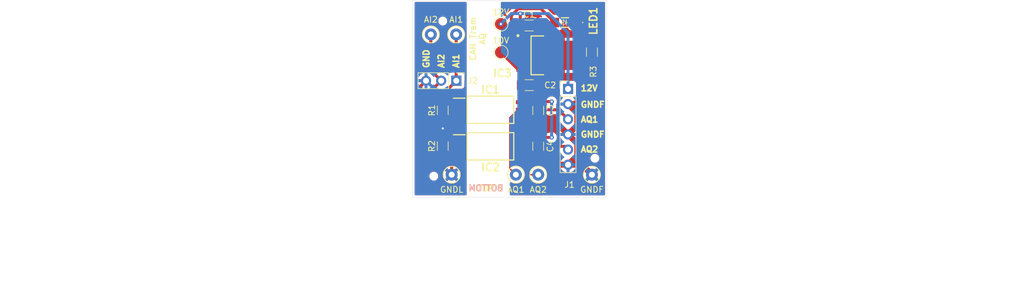
<source format=kicad_pcb>
(kicad_pcb (version 20240108) (generator "pcbnew") (generator_version "8.0")
  (layers (0 "F.Cu" signal) (31 "B.Cu" signal) (34 "B.Paste" user) (35 "F.Paste" user) (36 "B.SilkS" user "B.Silkscreen") (37 "F.SilkS" user "F.Silkscreen") (38 "B.Mask" user) (39 "F.Mask" user) (44 "Edge.Cuts" user))
  (net 0 "")
  (net 1 "Net-(IC1-ANODE)")
  (net 2 "GNDL")
  (net 3 "Net-(IC1-VO)")
  (net 4 "+10V")
  (net 5 "GNDF")
  (net 7 "Net-(IC2-ANODE)")
  (net 9 "Net-(IC2-VO)")
  (net 10 "+12V")
  (net 11 "Net-(LED1-K)")
  (net 12 "Net-(J2-Pin_1)")
  (net 13 "Net-(J2-Pin_2)")
  (footprint "Capacitor_SMD:C_1206_3216Metric" (layer "F.Cu") (at 154.5 92.475 90)
    (property "Reference" "C4" (at 0 2 90) (layer "F.SilkS"))
    (property "Value" "100n")
    (fp_line (start -0.711252 -0.91) (end 0.711252 -0.91) (stroke (width 0.12)) (layer "F.SilkS"))
    (fp_line (start -0.711252 0.91) (end 0.711252 0.91) (stroke (width 0.12)) (layer "F.SilkS"))
    (pad "1" smd roundrect (at -1.475 0 90) (size 1.15 1.8) (layers "F.Cu" "F.Paste" "F.Mask") (roundrect_rratio 0.217391) (net 5 "GNDF"))
    (pad "2" smd roundrect (at 1.475 0 90) (size 1.15 1.8) (layers "F.Cu" "F.Paste" "F.Mask") (roundrect_rratio 0.217391) (net 4 "+10V"))
  )
  (footprint "FH_Aachen:PassStift_d=1.0_D=6.0_einseitig" (layer "F.Cu") (at 164 94.5)
    (property "Reference" "REF**" (hide yes))
    (property "Value" "PassStift_d=1.0_D=6.0_einseitig")
    (pad "" np_thru_hole circle (at 0 0) (size 1 1) (drill 1) (layers "*.Cu" "*.Mask"))
  )
  (footprint "Capacitor_SMD:C_1206_3216Metric" (layer "F.Cu") (at 152.975 82.25)
    (property "Reference" "C2" (at 3.525 0 0) (layer "F.SilkS"))
    (property "Value" "100n")
    (fp_line (start -0.711252 -0.91) (end 0.711252 -0.91) (stroke (width 0.12)) (layer "F.SilkS"))
    (fp_line (start -0.711252 0.91) (end 0.711252 0.91) (stroke (width 0.12)) (layer "F.SilkS"))
    (pad "1" smd roundrect (at -1.475 0) (size 1.15 1.8) (layers "F.Cu" "F.Paste" "F.Mask") (roundrect_rratio 0.217391) (net 4 "+10V"))
    (pad "2" smd roundrect (at 1.475 0) (size 1.15 1.8) (layers "F.Cu" "F.Paste" "F.Mask") (roundrect_rratio 0.217391) (net 5 "GNDF"))
  )
  (footprint "Resistor_SMD:R_1206_3216Metric" (layer "F.Cu") (at 138.5 86.4625 90)
    (property "Reference" "R1" (at 0 -1.82 90) (layer "F.SilkS"))
    (property "Value" "100")
    (fp_line (start -0.727064 -0.91) (end 0.727064 -0.91) (stroke (width 0.12)) (layer "F.SilkS"))
    (fp_line (start -0.727064 0.91) (end 0.727064 0.91) (stroke (width 0.12)) (layer "F.SilkS"))
    (pad "1" smd roundrect (at -1.4625 0 90) (size 1.125 1.75) (layers "F.Cu" "F.Paste" "F.Mask") (roundrect_rratio 0.222222) (net 12 "Net-(J2-Pin_1)"))
    (pad "2" smd roundrect (at 1.4625 0 90) (size 1.125 1.75) (layers "F.Cu" "F.Paste" "F.Mask") (roundrect_rratio 0.222222) (net 1 "Net-(IC1-ANODE)"))
  )
  (footprint "TestPoint:TestPoint_Keystone_5000-5004_Miniature" (layer "F.Cu") (at 140.75 73.75)
    (property "Reference" "AI1" (at 0 -2.5 0) (layer "F.SilkS"))
    (property "Value" "TestPoint_Probe")
    (fp_circle (center 0 0) (end 1.4 0) (stroke (width 0.15)) (fill none) (layer "F.SilkS"))
    (pad "1" thru_hole circle (at 0 0) (size 2 2) (drill 1) (layers "*.Cu" "*.Mask") (net 12 "Net-(J2-Pin_1)"))
  )
  (footprint "SamacSys_Parts:SOIC127P1150X265-6N" (layer "F.Cu") (at 146.5 92.5)
    (property "Reference" "IC2" (at 0 3.5 0) (layer "F.SilkS") (effects (font (size 1.27 1.27) (thickness 0.254))))
    (property "Value" "SI8261BAD-C-ISR" (hide yes))
    (fp_line (start -6.2 -1.945) (end -4.25 -1.945) (stroke (width 0.2)) (layer "F.SilkS"))
    (fp_line (start -3.9 -2.29) (end 3.9 -2.29) (stroke (width 0.2)) (layer "F.SilkS"))
    (fp_line (start -3.9 2.29) (end -3.9 -2.29) (stroke (width 0.2)) (layer "F.SilkS"))
    (fp_line (start 3.9 -2.29) (end 3.9 2.29) (stroke (width 0.2)) (layer "F.SilkS"))
    (fp_line (start 3.9 2.29) (end -3.9 2.29) (stroke (width 0.2)) (layer "F.SilkS"))
    (pad "1" smd rect (at -5.225 -1.27 90) (size 0.65 1.95) (layers "F.Cu" "F.Paste" "F.Mask") (net 7 "Net-(IC2-ANODE)"))
    (pad "2" smd rect (at -5.225 0 90) (size 0.65 1.95) (layers "F.Cu" "F.Paste" "F.Mask"))
    (pad "3" smd rect (at -5.225 1.27 90) (size 0.65 1.95) (layers "F.Cu" "F.Paste" "F.Mask") (net 2 "GNDL"))
    (pad "4" smd rect (at 5.225 1.27 90) (size 0.65 1.95) (layers "F.Cu" "F.Paste" "F.Mask") (net 5 "GNDF"))
    (pad "5" smd rect (at 5.225 0 90) (size 0.65 1.95) (layers "F.Cu" "F.Paste" "F.Mask") (net 9 "Net-(IC2-VO)"))
    (pad "6" smd rect (at 5.225 -1.27 90) (size 0.65 1.95) (layers "F.Cu" "F.Paste" "F.Mask") (net 4 "+10V"))
  )
  (footprint "TestPoint:TestPoint_Keystone_5000-5004_Miniature" (layer "F.Cu") (at 140 97.25)
    (property "Reference" "GNDL" (at 0 2.5 0) (layer "F.SilkS"))
    (property "Value" "TestPoint_Probe")
    (fp_circle (center 0 0) (end 1.4 0) (stroke (width 0.15)) (fill none) (layer "F.SilkS"))
    (pad "1" thru_hole circle (at 0 0) (size 2 2) (drill 1) (layers "*.Cu" "*.Mask") (net 2 "GNDL"))
  )
  (footprint "SamacSys_Parts:SOIC127P1150X265-6N" (layer "F.Cu") (at 146.5 86.37)
    (property "Reference" "IC1" (at 0 -3.37 0) (layer "F.SilkS") (effects (font (size 1.27 1.27) (thickness 0.254))))
    (property "Value" "SI8261BAD-C-ISR" (hide yes))
    (fp_line (start -6.2 -1.945) (end -4.25 -1.945) (stroke (width 0.2)) (layer "F.SilkS"))
    (fp_line (start -3.9 -2.29) (end 3.9 -2.29) (stroke (width 0.2)) (layer "F.SilkS"))
    (fp_line (start -3.9 2.29) (end -3.9 -2.29) (stroke (width 0.2)) (layer "F.SilkS"))
    (fp_line (start 3.9 -2.29) (end 3.9 2.29) (stroke (width 0.2)) (layer "F.SilkS"))
    (fp_line (start 3.9 2.29) (end -3.9 2.29) (stroke (width 0.2)) (layer "F.SilkS"))
    (pad "1" smd rect (at -5.225 -1.27 90) (size 0.65 1.95) (layers "F.Cu" "F.Paste" "F.Mask") (net 1 "Net-(IC1-ANODE)"))
    (pad "2" smd rect (at -5.225 0 90) (size 0.65 1.95) (layers "F.Cu" "F.Paste" "F.Mask"))
    (pad "3" smd rect (at -5.225 1.27 90) (size 0.65 1.95) (layers "F.Cu" "F.Paste" "F.Mask") (net 2 "GNDL"))
    (pad "4" smd rect (at 5.225 1.27 90) (size 0.65 1.95) (layers "F.Cu" "F.Paste" "F.Mask") (net 5 "GNDF"))
    (pad "5" smd rect (at 5.225 0 90) (size 0.65 1.95) (layers "F.Cu" "F.Paste" "F.Mask") (net 3 "Net-(IC1-VO)"))
    (pad "6" smd rect (at 5.225 -1.27 90) (size 0.65 1.95) (layers "F.Cu" "F.Paste" "F.Mask") (net 4 "+10V"))
  )
  (footprint "FH_Aachen:PassStift_d=1.0_D=6.0_einseitig" (layer "F.Cu") (at 137 97.5)
    (property "Reference" "REF**" (hide yes))
    (property "Value" "PassStift_d=1.0_D=6.0_einseitig")
    (pad "" np_thru_hole circle (at 0 0) (size 1 1) (drill 1) (layers "*.Cu" "*.Mask"))
  )
  (footprint "Capacitor_SMD:C_1206_3216Metric" (layer "F.Cu") (at 154.5 86.475 90)
    (property "Reference" "C3" (at 0 2 90) (layer "F.SilkS"))
    (property "Value" "100n" (hide yes))
    (fp_line (start -0.711252 -0.91) (end 0.711252 -0.91) (stroke (width 0.12)) (layer "F.SilkS"))
    (fp_line (start -0.711252 0.91) (end 0.711252 0.91) (stroke (width 0.12)) (layer "F.SilkS"))
    (pad "1" smd roundrect (at -1.475 0 90) (size 1.15 1.8) (layers "F.Cu" "F.Paste" "F.Mask") (roundrect_rratio 0.217391) (net 5 "GNDF"))
    (pad "2" smd roundrect (at 1.475 0 90) (size 1.15 1.8) (layers "F.Cu" "F.Paste" "F.Mask") (roundrect_rratio 0.217391) (net 4 "+10V"))
  )
  (footprint "Resistor_SMD:R_1206_3216Metric" (layer "F.Cu") (at 163.5 76.7125 -90)
    (property "Reference" "R3" (at 3.2875 -0.25 90) (layer "F.SilkS"))
    (property "Value" "6,2k")
    (fp_line (start -0.727064 0.91) (end 0.727064 0.91) (stroke (width 0.12)) (layer "F.SilkS"))
    (fp_line (start -0.727064 -0.91) (end 0.727064 -0.91) (stroke (width 0.12)) (layer "F.SilkS"))
    (pad "1" smd roundrect (at -1.4625 0 270) (size 1.125 1.75) (layers "F.Cu" "F.Paste" "F.Mask") (roundrect_rratio 0.222222) (net 11 "Net-(LED1-K)"))
    (pad "2" smd roundrect (at 1.4625 0 270) (size 1.125 1.75) (layers "F.Cu" "F.Paste" "F.Mask") (roundrect_rratio 0.222222) (net 5 "GNDF"))
  )
  (footprint "FH_Aachen:PassStift_d=1.0_D=6.0_einseitig" (layer "F.Cu") (at 138.5 71.5)
    (property "Reference" "REF**" (hide yes))
    (property "Value" "PassStift_d=1.0_D=6.0_einseitig")
    (pad "" np_thru_hole circle (at 0 0) (size 1 1) (drill 1) (layers "*.Cu" "*.Mask"))
  )
  (footprint "TestPoint:TestPoint_Keystone_5000-5004_Miniature" (layer "F.Cu") (at 163.5 97.25 180)
    (property "Reference" "GNDF" (at 0 -2.5 0) (layer "F.SilkS"))
    (property "Value" "TestPoint_Probe")
    (fp_circle (center 0 0) (end 1.4 0) (stroke (width 0.15)) (fill none) (layer "F.SilkS"))
    (pad "1" thru_hole circle (at 0 0 180) (size 2 2) (drill 1) (layers "*.Cu" "*.Mask") (net 5 "GNDF"))
  )
  (footprint "TestPoint:TestPoint_Keystone_5000-5004_Miniature" (layer "F.Cu") (at 154.5 97.25 180)
    (property "Reference" "AQ2" (at 0 -2.5 0) (layer "F.SilkS"))
    (property "Value" "TestPoint_Probe")
    (fp_circle (center 0 0) (end 1.4 0) (stroke (width 0.15)) (fill none) (layer "F.SilkS"))
    (pad "1" thru_hole circle (at 0 0 180) (size 2 2) (drill 1) (layers "*.Cu" "*.Mask") (net 9 "Net-(IC2-VO)"))
  )
  (footprint "TestPoint:TestPoint_Keystone_5000-5004_Miniature" (layer "F.Cu") (at 150.75 97.25 180)
    (property "Reference" "AQ1" (at 0 -2.5 0) (layer "F.SilkS"))
    (property "Value" "TestPoint_Probe")
    (fp_circle (center 0 0) (end 1.4 0) (stroke (width 0.15)) (fill none) (layer "F.SilkS"))
    (pad "1" thru_hole circle (at 0 0 180) (size 2 2) (drill 1) (layers "*.Cu" "*.Mask") (net 3 "Net-(IC1-VO)"))
  )
  (footprint "Resistor_SMD:R_1206_3216Metric" (layer "F.Cu") (at 138.5 92.4625 90)
    (property "Reference" "R2" (at 0 -1.82 90) (layer "F.SilkS"))
    (property "Value" "100")
    (fp_line (start -0.727064 -0.91) (end 0.727064 -0.91) (stroke (width 0.12)) (layer "F.SilkS"))
    (fp_line (start -0.727064 0.91) (end 0.727064 0.91) (stroke (width 0.12)) (layer "F.SilkS"))
    (pad "1" smd roundrect (at -1.4625 0 90) (size 1.125 1.75) (layers "F.Cu" "F.Paste" "F.Mask") (roundrect_rratio 0.222222) (net 13 "Net-(J2-Pin_2)"))
    (pad "2" smd roundrect (at 1.4625 0 90) (size 1.125 1.75) (layers "F.Cu" "F.Paste" "F.Mask") (roundrect_rratio 0.222222) (net 7 "Net-(IC2-ANODE)"))
  )
  (footprint "TestPoint:TestPoint_Pad_D2.0mm" (layer "F.Cu") (at 148.25 72)
    (property "Reference" "12V" (at 0 -1.998 0) (layer "F.SilkS"))
    (property "Value" "TestPoint")
    (fp_circle (center 0 0) (end 0 1.2) (stroke (width 0.12)) (fill none) (layer "F.SilkS"))
    (pad "1" smd circle (at 0 0) (size 2 2) (layers "F.Cu" "F.Mask") (net 10 "+12V"))
  )
  (footprint "Capacitor_SMD:C_1206_3216Metric" (layer "F.Cu") (at 152.975 72.25)
    (property "Reference" "C1" (at 0 -1.85 0) (layer "F.SilkS"))
    (property "Value" "330n")
    (fp_line (start -0.711252 -0.91) (end 0.711252 -0.91) (stroke (width 0.12)) (layer "F.SilkS"))
    (fp_line (start -0.711252 0.91) (end 0.711252 0.91) (stroke (width 0.12)) (layer "F.SilkS"))
    (pad "1" smd roundrect (at -1.475 0) (size 1.15 1.8) (layers "F.Cu" "F.Paste" "F.Mask") (roundrect_rratio 0.217391) (net 10 "+12V"))
    (pad "2" smd roundrect (at 1.475 0) (size 1.15 1.8) (layers "F.Cu" "F.Paste" "F.Mask") (roundrect_rratio 0.217391) (net 5 "GNDF"))
  )
  (footprint "Connector_PinHeader_2.54mm:PinHeader_1x06_P2.54mm_Vertical" (layer "F.Cu") (at 159.5 82.88)
    (property "Reference" "J1" (at 0.25 16.04 0) (layer "F.SilkS"))
    (property "Value" "Conn_01x06")
    (fp_line (start -1.33 -1.33) (end 0 -1.33) (stroke (width 0.12)) (layer "F.SilkS"))
    (fp_line (start -1.33 0) (end -1.33 -1.33) (stroke (width 0.12)) (layer "F.SilkS"))
    (fp_line (start -1.33 1.27) (end -1.33 14.03) (stroke (width 0.12)) (layer "F.SilkS"))
    (fp_line (start -1.33 1.27) (end 1.33 1.27) (stroke (width 0.12)) (layer "F.SilkS"))
    (fp_line (start -1.33 14.03) (end 1.33 14.03) (stroke (width 0.12)) (layer "F.SilkS"))
    (fp_line (start 1.33 1.27) (end 1.33 14.03) (stroke (width 0.12)) (layer "F.SilkS"))
    (pad "1" thru_hole rect (at 0 0) (size 1.7 1.7) (drill 1) (layers "*.Cu" "*.Mask") (net 10 "+12V"))
    (pad "2" thru_hole oval (at 0 2.54) (size 1.7 1.7) (drill 1) (layers "*.Cu" "*.Mask") (net 5 "GNDF"))
    (pad "3" thru_hole oval (at 0 5.08) (size 1.7 1.7) (drill 1) (layers "*.Cu" "*.Mask") (net 3 "Net-(IC1-VO)"))
    (pad "4" thru_hole oval (at 0 7.62) (size 1.7 1.7) (drill 1) (layers "*.Cu" "*.Mask") (net 5 "GNDF"))
    (pad "5" thru_hole oval (at 0 10.16) (size 1.7 1.7) (drill 1) (layers "*.Cu" "*.Mask") (net 9 "Net-(IC2-VO)"))
    (pad "6" thru_hole oval (at 0 12.7) (size 1.7 1.7) (drill 1) (layers "*.Cu" "*.Mask") (net 5 "GNDF"))
  )
  (footprint "TestPoint:TestPoint_Pad_D2.0mm" (layer "F.Cu") (at 148.25 76.75)
    (property "Reference" "10V" (at 0 -1.998 0) (layer "F.SilkS"))
    (property "Value" "TestPoint")
    (fp_circle (center 0 0) (end 0 1.2) (stroke (width 0.12)) (fill none) (layer "F.SilkS"))
    (pad "1" smd circle (at 0 0) (size 2 2) (layers "F.Cu" "F.Mask") (net 4 "+10V"))
  )
  (footprint "SamacSys_Parts:156120GS75000" (layer "F.Cu") (at 159 71.75 180)
    (property "Reference" "LED1" (at -4.75 0.25 90) (layer "F.SilkS") (effects (font (size 1.27 1.27) (thickness 0.254))))
    (property "Value" "156120GS75000" (hide yes))
    (fp_line (start 0.3 0.5) (end 0.3 0) (stroke (width 0.1)) (layer "F.SilkS"))
    (fp_line (start 0.3 0) (end 0.5 0) (stroke (width 0.1)) (layer "F.SilkS"))
    (fp_line (start 0.3 0) (end 0.3 -0.5) (stroke (width 0.1)) (layer "F.SilkS"))
    (fp_line (start 0.3 -0.5) (end -0.2 0) (stroke (width 0.1)) (layer "F.SilkS"))
    (fp_line (start -0.2 0) (end 0.3 0.5) (stroke (width 0.1)) (layer "F.SilkS"))
    (fp_line (start -0.2 0) (end -0.4 0) (stroke (width 0.1)) (layer "F.SilkS"))
    (fp_line (start -0.2 -0.5) (end -0.2 0.5) (stroke (width 0.1)) (layer "F.SilkS"))
    (fp_line (start -0.6 0.8) (end 0.6 0.8) (stroke (width 0.2)) (layer "F.SilkS"))
    (fp_line (start -0.6 -0.8) (end 0.6 -0.8) (stroke (width 0.2)) (layer "F.SilkS"))
    (fp_line (start -2.9 0) (end -2.9 0) (stroke (width 0.1)) (layer "F.SilkS"))
    (fp_line (start -3 0) (end -3 0) (stroke (width 0.1)) (layer "F.SilkS"))
    (fp_arc (start -2.9 0) (mid -2.95 0.05) (end -3 0) (stroke (width 0.1)) (layer "F.SilkS"))
    (fp_arc (start -3 0) (mid -2.95 -0.05) (end -2.9 0) (stroke (width 0.1)) (layer "F.SilkS"))
    (pad "1" smd rect (at -1.75 0 180) (size 1.5 1.6) (layers "F.Cu" "F.Paste" "F.Mask") (net 11 "Net-(LED1-K)"))
    (pad "2" smd rect (at 1.75 0 180) (size 1.5 1.6) (layers "F.Cu" "F.Paste" "F.Mask") (net 4 "+10V"))
  )
  (footprint "SamacSys_Parts:TO228P972X240-3N" (layer "F.Cu") (at 156.25 77.25)
    (property "Reference" "IC3" (at -7.75 3 0) (layer "F.SilkS") (effects (font (size 1.27 1.27) (thickness 0.254))))
    (property "Value" "L78M10ABDT-TR" (hide yes))
    (fp_line (start -2.95 -3.25) (end -0.85 -3.25) (stroke (width 0.2)) (layer "F.SilkS"))
    (fp_line (start -2.95 3.25) (end -2.95 -3.25) (stroke (width 0.2)) (layer "F.SilkS"))
    (fp_line (start -0.85 3.25) (end -2.95 3.25) (stroke (width 0.2)) (layer "F.SilkS"))
    (fp_circle (center -5.15 -3.3) (end -5.15 -3.175) (stroke (width 0.25)) (fill none) (layer "F.SilkS"))
    (pad "1" smd rect (at -4.35 -2.28 90) (size 1 2.1) (layers "F.Cu" "F.Paste" "F.Mask") (net 10 "+12V"))
    (pad "3" smd rect (at -4.35 2.28 90) (size 1 2.1) (layers "F.Cu" "F.Paste" "F.Mask") (net 4 "+10V"))
    (pad "4" smd rect (at 2.45 0 90) (size 4.9 5.85) (layers "F.Cu" "F.Paste" "F.Mask") (net 5 "GNDF"))
  )
  (footprint "Connector_PinHeader_2.54mm:PinHeader_1x03_P2.54mm_Vertical" (layer "F.Cu") (at 140.775 81.5 -90)
    (property "Reference" "J2" (at 0 -2.725 180) (layer "F.SilkS"))
    (property "Value" "Conn_01x03")
    (fp_line (start -1.33 6.41) (end 1.33 6.41) (stroke (width 0.12)) (layer "F.SilkS"))
    (fp_line (start -1.33 1.27) (end -1.33 6.41) (stroke (width 0.12)) (layer "F.SilkS"))
    (fp_line (start -1.33 1.27) (end 1.33 1.27) (stroke (width 0.12)) (layer "F.SilkS"))
    (fp_line (start 1.33 1.27) (end 1.33 6.41) (stroke (width 0.12)) (layer "F.SilkS"))
    (fp_line (start -1.33 0) (end -1.33 -1.33) (stroke (width 0.12)) (layer "F.SilkS"))
    (fp_line (start -1.33 -1.33) (end 0 -1.33) (stroke (width 0.12)) (layer "F.SilkS"))
    (pad "1" thru_hole rect (at 0 0 270) (size 1.7 1.7) (drill 1) (layers "*.Cu" "*.Mask") (net 12 "Net-(J2-Pin_1)"))
    (pad "2" thru_hole oval (at 0 2.54 270) (size 1.7 1.7) (drill 1) (layers "*.Cu" "*.Mask") (net 13 "Net-(J2-Pin_2)"))
    (pad "3" thru_hole oval (at 0 5.08 270) (size 1.7 1.7) (drill 1) (layers "*.Cu" "*.Mask") (net 2 "GNDL"))
  )
  (footprint "TestPoint:TestPoint_Keystone_5000-5004_Miniature" (layer "F.Cu") (at 136.5 73.75)
    (property "Reference" "AI2" (at 0 -2.5 0) (layer "F.SilkS"))
    (property "Value" "TestPoint_Probe")
    (fp_circle (center 0 0) (end 1.4 0) (stroke (width 0.15)) (fill none) (layer "F.SilkS"))
    (pad "1" thru_hole circle (at 0 0) (size 2 2) (drill 1) (layers "*.Cu" "*.Mask") (net 13 "Net-(J2-Pin_2)"))
  )
  (gr_rect (start 133.5 68) (end 166 101) (stroke (width 0.05)) (fill none) (layer "Edge.Cuts"))
  (gr_text "BOTTOM" (at 145.75 99.5 0) (layer "B.SilkS") (effects (font (size 1 1) (thickness 0.25) (bold yes)) (justify mirror)))
  (gr_text "GNDF\n" (at 161.5 90.5 0) (layer "F.SilkS") (effects (font (size 1 1) (thickness 0.25) (bold yes)) (justify left)))
  (gr_text "TOP" (at 145.75 99.5 0) (layer "F.SilkS") (effects (font (size 1 1) (thickness 0.25) (bold yes))))
  (gr_text "GND" (at 135.75 79.5 90) (layer "F.SilkS") (effects (font (size 1 1) (thickness 0.25) (bold yes)) (justify left)))
  (gr_text "12V" (at 161.5 82.75 0) (layer "F.SilkS") (effects (font (size 1 1) (thickness 0.25) (bold yes)) (justify left)))
  (gr_text "AI1" (at 140.75 79.5 90) (layer "F.SilkS") (effects (font (size 1 1) (thickness 0.25) (bold yes)) (justify left)))
  (gr_text "GNDF\n" (at 161.5 85.5 0) (layer "F.SilkS") (effects (font (size 1 1) (thickness 0.25) (bold yes)) (justify left)))
  (gr_text "AQ1\n" (at 161.5 88 0) (layer "F.SilkS") (effects (font (size 1 1) (thickness 0.25) (bold yes)) (justify left)))
  (gr_text "CAN Tram\nAQ" (at 145.75 74.5 90) (layer "F.SilkS") (effects (font (size 1 1) (thickness 0.2) (bold yes)) (justify bottom)))
  (gr_text "AQ2" (at 161.5 93 0) (layer "F.SilkS") (effects (font (size 1 1) (thickness 0.25) (bold yes)) (justify left)))
  (gr_text "AI2\n" (at 138.25 79.5 90) (layer "F.SilkS") (effects (font (size 1 1) (thickness 0.25) (bold yes)) (justify left)))
  (segment (start 141.175 85) (end 141.275 85.1) (width 0.5) (layer "F.Cu") (net 1))
  (segment (start 138.5 85) (end 141.175 85) (width 0.5) (layer "F.Cu") (net 1))
  (segment (start 140 97.25) (end 140 95.045) (width 0.5) (layer "F.Cu") (net 2))
  (segment (start 134.845 82.35) (end 134.845 92.204378) (width 0.5) (layer "F.Cu") (net 2))
  (segment (start 139.890622 97.25) (end 140 97.25) (width 0.5) (layer "F.Cu") (net 2))
  (segment (start 140 95.045) (end 141.275 93.77) (width 0.5) (layer "F.Cu") (net 2))
  (segment (start 141.275 87.64) (end 139.415 89.5) (width 0.5) (layer "F.Cu") (net 2))
  (segment (start 134.845 92.204378) (end 139.890622 97.25) (width 0.5) (layer "F.Cu") (net 2))
  (segment (start 139.415 89.5) (end 138.5 89.5) (width 0.5) (layer "F.Cu") (net 2))
  (segment (start 135.695 81.5) (end 134.845 82.35) (width 0.5) (layer "F.Cu") (net 2))
  (via (at 138.5 89.5) (size 0.75) (drill 0.35) (layers "F.Cu" "B.Cu") (net 2))
  (segment (start 138.5 84.305) (end 135.695 81.5) (width 0.5) (layer "B.Cu") (net 2))
  (segment (start 138.5 89.5) (end 138.5 84.305) (width 0.5) (layer "B.Cu") (net 2))
  (segment (start 150.75 97.25) (end 149.75 96.25) (width 0.25) (layer "F.Cu") (net 3))
  (segment (start 149.75 87.695) (end 151.075 86.37) (width 0.25) (layer "F.Cu") (net 3))
  (segment (start 151.075 86.37) (end 151.725 86.37) (width 0.25) (layer "F.Cu") (net 3))
  (segment (start 157.91 86.37) (end 159.5 87.96) (width 0.5) (layer "F.Cu") (net 3))
  (segment (start 149.75 96.25) (end 149.75 87.695) (width 0.25) (layer "F.Cu") (net 3))
  (segment (start 151.725 86.37) (end 157.91 86.37) (width 0.5) (layer "F.Cu") (net 3))
  (segment (start 151.9 81.85) (end 151.5 82.25) (width 0.5) (layer "F.Cu") (net 4))
  (segment (start 154.5 91) (end 151.955 91) (width 0.5) (layer "F.Cu") (net 4))
  (segment (start 156.75 91) (end 154.5 91) (width 0.5) (layer "F.Cu") (net 4))
  (segment (start 151.5 84.875) (end 151.725 85.1) (width 0.5) (layer "F.Cu") (net 4))
  (segment (start 148.25 76.75) (end 150 75) (width 0.5) (layer "F.Cu") (net 4))
  (segment (start 154.5 85) (end 156.75 85) (width 0.5) (layer "F.Cu") (net 4))
  (segment (start 151.955 91) (end 151.725 91.23) (width 0.5) (layer "F.Cu") (net 4))
  (segment (start 150 75) (end 150 70.583273) (width 0.5) (layer "F.Cu") (net 4))
  (segment (start 151.5 82.25) (end 151.5 84.875) (width 0.5) (layer "F.Cu") (net 4))
  (segment (start 151.9 79.53) (end 151.9 81.85) (width 0.5) (layer "F.Cu") (net 4))
  (segment (start 154.4 85.1) (end 154.5 85) (width 0.5) (layer "F.Cu") (net 4))
  (segment (start 151.03 79.53) (end 148.25 76.75) (width 0.5) (layer "F.Cu") (net 4))
  (segment (start 154.925 69.425) (end 157.25 71.75) (width 0.5) (layer "F.Cu") (net 4))
  (segment (start 151.9 79.53) (end 151.03 79.53) (width 0.5) (layer "F.Cu") (net 4))
  (segment (start 151.725 85.1) (end 154.4 85.1) (width 0.5) (layer "F.Cu") (net 4))
  (segment (start 151.158273 69.425) (end 154.925 69.425) (width 0.5) (layer "F.Cu") (net 4))
  (segment (start 150 70.583273) (end 151.158273 69.425) (width 0.5) (layer "F.Cu") (net 4))
  (via (at 156.75 85) (size 0.75) (drill 0.35) (layers "F.Cu" "B.Cu") (net 4))
  (via (at 156.75 91) (size 0.75) (drill 0.35) (layers "F.Cu" "B.Cu") (net 4))
  (segment (start 156.75 85) (end 156.75 91) (width 0.5) (layer "B.Cu") (net 4))
  (segment (start 159.5 90.5) (end 156.95 87.95) (width 1) (layer "F.Cu") (net 5))
  (segment (start 161.05 88.95) (end 159.5 90.5) (width 1) (layer "F.Cu") (net 5))
  (segment (start 161.05 92.05) (end 161.05 94.03) (width 1) (layer "F.Cu") (net 5))
  (segment (start 160.702081 85.42) (end 163.5 82.622081) (width 1) (layer "F.Cu") (net 5))
  (segment (start 159.625 78.175) (end 158.7 77.25) (width 1) (layer "F.Cu") (net 5))
  (segment (start 156.13 95.58) (end 154.5 93.95) (width 1) (layer "F.Cu") (net 5))
  (segment (start 154.5 93.95) (end 151.905 93.95) (width 0.5) (layer "F.Cu") (net 5))
  (segment (start 163.5 78.175) (end 159.625 78.175) (width 1) (layer "F.Cu") (net 5))
  (segment (start 161.05 86.97) (end 161.05 88.95) (width 1) (layer "F.Cu") (net 5))
  (segment (start 163.5 82.622081) (end 163.5 78.175) (width 1) (layer "F.Cu") (net 5))
  (segment (start 159.5 85.42) (end 160.702081 85.42) (width 1) (layer "F.Cu") (net 5))
  (segment (start 156.95 87.95) (end 154.5 87.95) (width 1) (layer "F.Cu") (net 5))
  (segment (start 158.7 77.25) (end 158.7 76.5) (width 0.5) (layer "F.Cu") (net 5))
  (segment (start 159.5 95.58) (end 156.13 95.58) (width 1) (layer "F.Cu") (net 5))
  (segment (start 151.905 93.95) (end 151.725 93.77) (width 0.5) (layer "F.Cu") (net 5))
  (segment (start 161.05 94.03) (end 159.5 95.58) (width 1) (layer "F.Cu") (net 5))
  (segment (start 158.7 78) (end 154.45 82.25) (width 1) (layer "F.Cu") (net 5))
  (segment (start 154.5 87.95) (end 152.035 87.95) (width 0.5) (layer "F.Cu") (net 5))
  (segment (start 158.7 76.5) (end 154.45 72.25) (width 0.5) (layer "F.Cu") (net 5))
  (segment (start 159.5 95.58) (end 161.83 95.58) (width 1) (layer "F.Cu") (net 5))
  (segment (start 159.5 85.42) (end 161.05 86.97) (width 1) (layer "F.Cu") (net 5))
  (segment (start 158.7 77.25) (end 158.7 78) (width 1) (layer "F.Cu") (net 5))
  (segment (start 159.5 90.5) (end 161.05 92.05) (width 1) (layer "F.Cu") (net 5))
  (segment (start 161.83 95.58) (end 163.5 97.25) (width 1) (layer "F.Cu") (net 5))
  (segment (start 152.035 87.95) (end 151.725 87.64) (width 0.5) (layer "F.Cu") (net 5))
  (segment (start 141.045 91) (end 141.275 91.23) (width 0.5) (layer "F.Cu") (net 7))
  (segment (start 138.5 91) (end 141.045 91) (width 0.5) (layer "F.Cu") (net 7))
  (segment (start 158.96 92.5) (end 159.5 93.04) (width 0.5) (layer "F.Cu") (net 9))
  (segment (start 150.425 93.075) (end 151 92.5) (width 0.25) (layer "F.Cu") (net 9))
  (segment (start 154.5 97.25) (end 153.085787 97.25) (width 0.25) (layer "F.Cu") (net 9))
  (segment (start 151 92.5) (end 151.725 92.5) (width 0.25) (layer "F.Cu") (net 9))
  (segment (start 151.725 92.5) (end 158.96 92.5) (width 0.5) (layer "F.Cu") (net 9))
  (segment (start 150.425 94.589213) (end 150.425 93.075) (width 0.25) (layer "F.Cu") (net 9))
  (segment (start 153.085787 97.25) (end 150.425 94.589213) (width 0.25) (layer "F.Cu") (net 9))
  (segment (start 151.5 74.57) (end 151.9 74.97) (width 0.5) (layer "F.Cu") (net 10))
  (segment (start 151.5 70.25) (end 151.5 72.25) (width 0.5) (layer "F.Cu") (net 10))
  (segment (start 151.5 72.25) (end 151.5 74.57) (width 0.5) (layer "F.Cu") (net 10))
  (via (at 148.25 72) (size 0.75) (drill 0.35) (layers "F.Cu" "B.Cu") (net 10))
  (via (at 151.5 70.25) (size 0.75) (drill 0.35) (layers "F.Cu" "B.Cu") (net 10))
  (segment (start 159.5 73.5) (end 156.25 70.25) (width 0.5) (layer "B.Cu") (net 10))
  (segment (start 159.5 82.88) (end 159.5 73.5) (width 0.5) (layer "B.Cu") (net 10))
  (segment (start 151.5 70.25) (end 150 70.25) (width 0.5) (layer "B.Cu") (net 10))
  (segment (start 150 70.25) (end 148.25 72) (width 0.5) (layer "B.Cu") (net 10))
  (segment (start 156.25 70.25) (end 151.5 70.25) (width 0.5) (layer "B.Cu") (net 10))
  (segment (start 163.5 73) (end 163.5 75.25) (width 0.5) (layer "F.Cu") (net 11))
  (segment (start 160.75 71.75) (end 162.25 71.75) (width 0.5) (layer "F.Cu") (net 11))
  (segment (start 162.25 71.75) (end 163.5 73) (width 0.5) (layer "F.Cu") (net 11))
  (segment (start 140.75 81.475) (end 140.775 81.5) (width 0.5) (layer "F.Cu") (net 12))
  (segment (start 138.2875 83.9875) (end 137.578122 83.9875) (width 0.5) (layer "F.Cu") (net 12))
  (segment (start 137.578122 83.9875) (end 137 84.565622) (width 0.5) (layer "F.Cu") (net 12))
  (segment (start 140.775 81.5) (end 138.2875 83.9875) (width 0.5) (layer "F.Cu") (net 12))
  (segment (start 140.75 73.75) (end 140.75 81.475) (width 0.5) (layer "F.Cu") (net 12))
  (segment (start 137 86.425) (end 138.5 87.925) (width 0.5) (layer "F.Cu") (net 12))
  (segment (start 137 84.565622) (end 137 86.425) (width 0.5) (layer "F.Cu") (net 12))
  (segment (start 136.5 79.765) (end 138.235 81.5) (width 0.5) (layer "F.Cu") (net 13))
  (segment (start 138.235 81.5) (end 136.3 83.435) (width 0.5) (layer "F.Cu") (net 13))
  (segment (start 136.5 73.75) (end 136.5 79.765) (width 0.5) (layer "F.Cu") (net 13))
  (segment (start 136.3 83.435) (end 136.3 91.725) (width 0.5) (layer "F.Cu") (net 13))
  (segment (start 136.3 91.725) (end 138.5 93.925) (width 0.5) (layer "F.Cu") (net 13))
  (zone (net 2) (net_name "GNDL") (layers "F&B.Cu") (priority 1) (connect_pads (clearance 0.5)) (min_thickness 0.25) (fill yes (thermal_gap 0.5) (thermal_bridge_width 0.5))
    (polygon (pts (xy 142.5 101) (xy 142.5 68) (xy 133.5 68) (xy 133.5 101)))
  )
  (zone (net 5) (net_name "GNDF") (layers "F&B.Cu") (connect_pads (clearance 0.5)) (min_thickness 0.25) (fill yes (thermal_gap 0.5) (thermal_bridge_width 0.5))
    (polygon (pts (xy 149.75 101) (xy 149.75 87.75) (xy 151 86.25) (xy 151 79.25) (xy 148.25 76.75) (xy 148.25 68) (xy 166 68) (xy 166 101)))
  )
)
</source>
